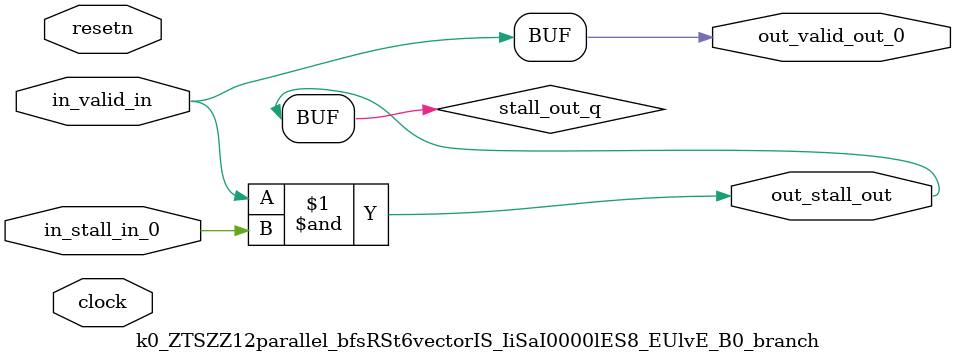
<source format=sv>



(* altera_attribute = "-name AUTO_SHIFT_REGISTER_RECOGNITION OFF; -name MESSAGE_DISABLE 10036; -name MESSAGE_DISABLE 10037; -name MESSAGE_DISABLE 14130; -name MESSAGE_DISABLE 14320; -name MESSAGE_DISABLE 15400; -name MESSAGE_DISABLE 14130; -name MESSAGE_DISABLE 10036; -name MESSAGE_DISABLE 12020; -name MESSAGE_DISABLE 12030; -name MESSAGE_DISABLE 12010; -name MESSAGE_DISABLE 12110; -name MESSAGE_DISABLE 14320; -name MESSAGE_DISABLE 13410; -name MESSAGE_DISABLE 113007; -name MESSAGE_DISABLE 10958" *)
module k0_ZTSZZ12parallel_bfsRSt6vectorIS_IiSaI0000lES8_EUlvE_B0_branch (
    input wire [0:0] in_stall_in_0,
    input wire [0:0] in_valid_in,
    output wire [0:0] out_stall_out,
    output wire [0:0] out_valid_out_0,
    input wire clock,
    input wire resetn
    );

    wire [0:0] stall_out_q;
    reg [0:0] rst_sync_rst_sclrn;


    // stall_out(LOGICAL,6)
    assign stall_out_q = in_valid_in & in_stall_in_0;

    // out_stall_out(GPOUT,4)
    assign out_stall_out = stall_out_q;

    // out_valid_out_0(GPOUT,5)
    assign out_valid_out_0 = in_valid_in;

    // rst_sync(RESETSYNC,7)
    acl_reset_handler #(
        .ASYNC_RESET(0),
        .USE_SYNCHRONIZER(1),
        .PULSE_EXTENSION(0),
        .PIPE_DEPTH(3),
        .DUPLICATE(1)
    ) therst_sync (
        .clk(clock),
        .i_resetn(resetn),
        .o_sclrn(rst_sync_rst_sclrn)
    );

endmodule

</source>
